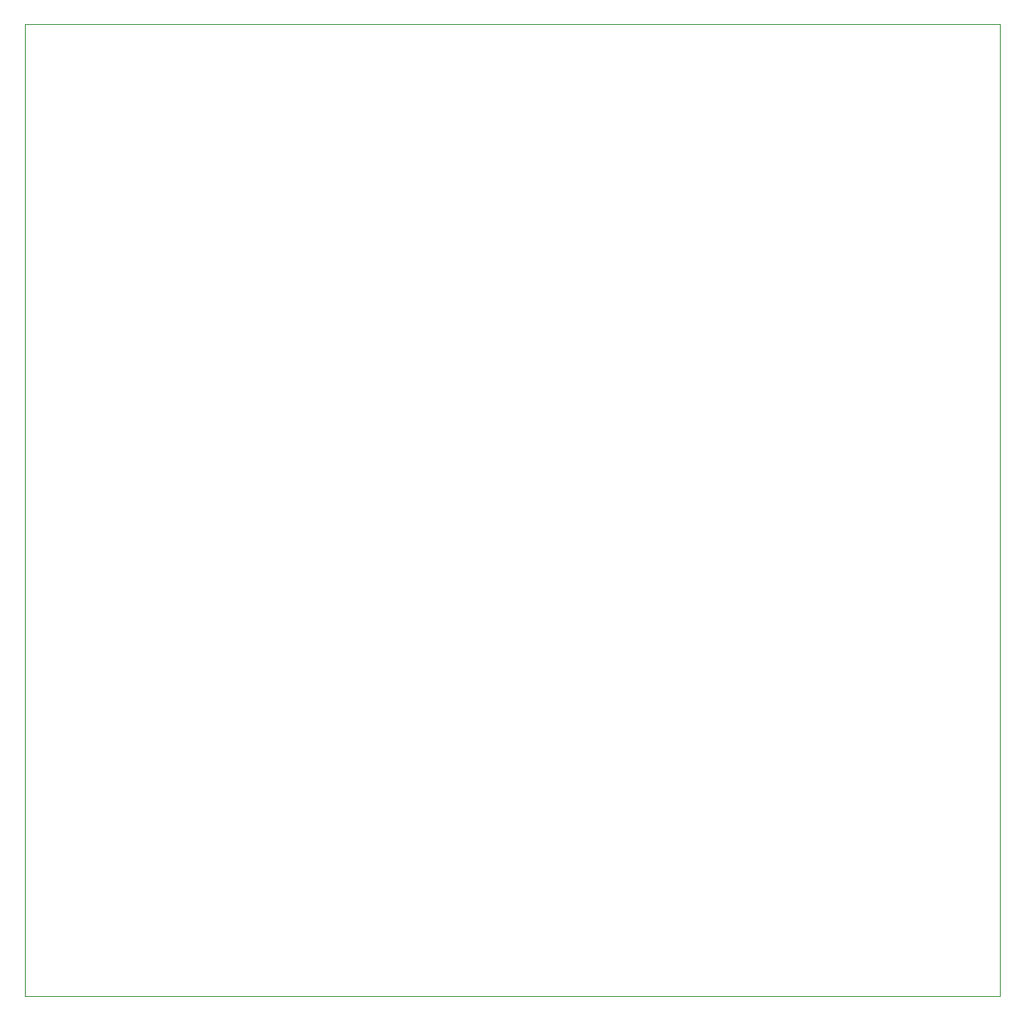
<source format=gbr>
G04 #@! TF.GenerationSoftware,KiCad,Pcbnew,(5.1.0)-1*
G04 #@! TF.CreationDate,2019-08-13T11:23:49+02:00*
G04 #@! TF.ProjectId,AirSensorModule,41697253-656e-4736-9f72-4d6f64756c65,rev?*
G04 #@! TF.SameCoordinates,Original*
G04 #@! TF.FileFunction,Profile,NP*
%FSLAX46Y46*%
G04 Gerber Fmt 4.6, Leading zero omitted, Abs format (unit mm)*
G04 Created by KiCad (PCBNEW (5.1.0)-1) date 2019-08-13 11:23:49*
%MOMM*%
%LPD*%
G04 APERTURE LIST*
%ADD10C,0.050000*%
G04 APERTURE END LIST*
D10*
X95250000Y-59690000D02*
X194580000Y-59690000D01*
X95250000Y-158750000D02*
X95250000Y-59690000D01*
X194580000Y-158750000D02*
X194580000Y-59690000D01*
X95250000Y-158750000D02*
X194580000Y-158750000D01*
M02*

</source>
